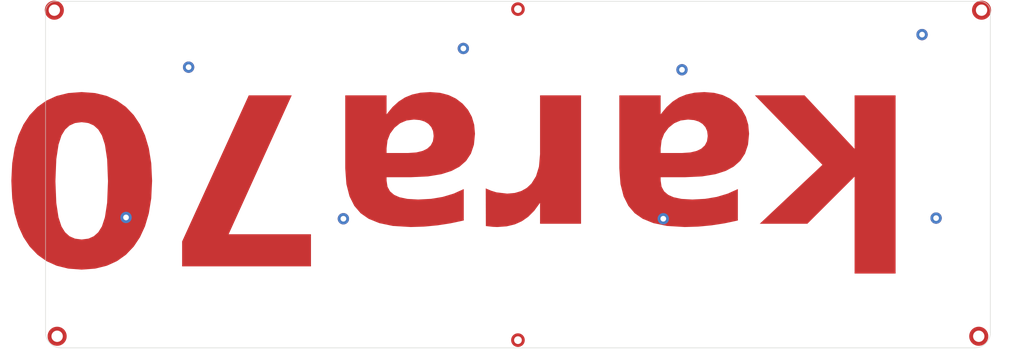
<source format=kicad_pcb>
(kicad_pcb (version 20241229) (generator "pcbnew") (generator_version "9.0")
  (layers (0 "F.Cu" signal) (2 "B.Cu" signal) (13 "F.Paste" user) (15 "B.Paste" user) (5 "F.SilkS" user "F.Silkscreen") (7 "B.SilkS" user "B.Silkscreen") (1 "F.Mask" user) (3 "B.Mask" user) (25 "Edge.Cuts" user))
  (net 0 "")
  (footprint "footprints:WA-SMSI_9774005360" (layer "F.Cu") (at 385.219581 39.814)
    (property "Reference" "REF**" (hide yes))
    (property "Value" "WA-SMSI_9774005360")
    (pad "" np_thru_hole circle (at 0 0) (size 4.4 4.4) (drill 4.4) (layers "*.Cu" "*.Mask"))
    (pad "1" smd circle (at 0 0) (size 7.4 7.4) (layers "F.Cu" "F.Mask"))
  )
  (footprint "footprints:WA-SMSI_9774005243" (layer "F.Cu") (at 205.51679 39.4)
    (property "Reference" "REF**" (hide yes))
    (property "Value" "WA-SMSI_9774005243")
    (pad "" np_thru_hole circle (at 0 0) (size 3 3) (drill 3) (layers "*.Cu" "*.Mask"))
    (pad "1" smd circle (at 0 0) (size 5.3 5.3) (layers "F.Cu" "F.Mask"))
  )
  (footprint "footprints:WA-SMSI_9774005360" (layer "F.Cu") (at 25.814 39.814)
    (property "Reference" "REF**" (hide yes))
    (property "Value" "WA-SMSI_9774005360")
    (pad "" np_thru_hole circle (at 0 0) (size 4.4 4.4) (drill 4.4) (layers "*.Cu" "*.Mask"))
    (pad "1" smd circle (at 0 0) (size 7.4 7.4) (layers "F.Cu" "F.Mask"))
  )
  (footprint "footprints:WA-SMSI_9774005243" (layer "F.Cu") (at 205.51679 167.707546)
    (property "Reference" "REF**" (hide yes))
    (property "Value" "WA-SMSI_9774005243")
    (pad "" np_thru_hole circle (at 0 0) (size 3 3) (drill 3) (layers "*.Cu" "*.Mask"))
    (pad "1" smd circle (at 0 0) (size 5.3 5.3) (layers "F.Cu" "F.Mask"))
  )
  (footprint "footprints:WA-SMSI_9774005360" (layer "F.Cu") (at 384.133581 166.207546)
    (property "Reference" "REF**" (hide yes))
    (property "Value" "WA-SMSI_9774005360")
    (pad "" np_thru_hole circle (at 0 0) (size 4.4 4.4) (drill 4.4) (layers "*.Cu" "*.Mask"))
    (pad "1" smd circle (at 0 0) (size 7.4 7.4) (layers "F.Cu" "F.Mask"))
  )
  (footprint "footprints:WA-SMSI_9774005360" (layer "F.Cu") (at 26.9 166.207546)
    (property "Reference" "REF**" (hide yes))
    (property "Value" "WA-SMSI_9774005360")
    (pad "" np_thru_hole circle (at 0 0) (size 4.4 4.4) (drill 4.4) (layers "*.Cu" "*.Mask"))
    (pad "1" smd circle (at 0 0) (size 7.4 7.4) (layers "F.Cu" "F.Mask"))
  )
  (footprint "" (layer "B.Cu") (at 85.353231 61.902)
    (property "Reference" "" (at -2 0 0) (layer "B.SilkS") (effects (font (size 1.27 1.27)) (justify mirror)))
    (property "Value" "")
    (pad "1" thru_hole circle (at -7.5 0) (size 4.4 4.4) (drill 2.2) (layers "*.Cu" "*.Mask"))
  )
  (footprint "" (layer "B.Cu") (at 276.603231 62.902)
    (property "Reference" "" (at -2 0 0) (layer "B.SilkS") (effects (font (size 1.27 1.27)) (justify mirror)))
    (property "Value" "")
    (pad "1" thru_hole circle (at -7.5 0) (size 4.4 4.4) (drill 2.2) (layers "*.Cu" "*.Mask"))
  )
  (footprint "" (layer "B.Cu") (at 269.353231 119.652)
    (property "Reference" "" (at -2 0 0) (layer "B.SilkS") (effects (font (size 1.27 1.27)) (justify mirror)))
    (property "Value" "")
    (pad "1" thru_hole circle (at -7.5 1) (size 4.4 4.4) (drill 2.2) (layers "*.Cu" "*.Mask"))
  )
  (footprint "" (layer "B.Cu") (at 191.853231 54.652)
    (property "Reference" "" (at -2 0 0) (layer "B.SilkS") (effects (font (size 1.27 1.27)) (justify mirror)))
    (property "Value" "")
    (pad "1" thru_hole circle (at -7.5 0) (size 4.4 4.4) (drill 2.2) (layers "*.Cu" "*.Mask"))
  )
  (footprint "" (layer "B.Cu") (at 375.103231 119.402)
    (property "Reference" "" (at -2 0 0) (layer "B.SilkS") (effects (font (size 1.27 1.27)) (justify mirror)))
    (property "Value" "")
    (pad "1" thru_hole circle (at -7.5 1) (size 4.4 4.4) (drill 2.2) (layers "*.Cu" "*.Mask"))
  )
  (footprint "" (layer "B.Cu") (at 61.103231 119.152)
    (property "Reference" "" (at -2 0 0) (layer "B.SilkS") (effects (font (size 1.27 1.27)) (justify mirror)))
    (property "Value" "")
    (pad "1" thru_hole circle (at -7.5 1) (size 4.4 4.4) (drill 2.2) (layers "*.Cu" "*.Mask"))
  )
  (footprint "" (layer "B.Cu") (at 145.353231 119.652)
    (property "Reference" "" (at -2 0 0) (layer "B.SilkS") (effects (font (size 1.27 1.27)) (justify mirror)))
    (property "Value" "")
    (pad "1" thru_hole circle (at -7.5 1) (size 4.4 4.4) (drill 2.2) (layers "*.Cu" "*.Mask"))
  )
  (footprint "" (layer "B.Cu") (at 369.659481 49.277)
    (property "Reference" "" (at -2 0 0) (layer "B.SilkS") (effects (font (size 1.27 1.27)) (justify mirror)))
    (property "Value" "")
    (pad "1" thru_hole circle (at -7.5 0) (size 4.4 4.4) (drill 2.2) (layers "*.Cu" "*.Mask"))
  )
  (gr_arc (start 22.4 40.4) (mid 23.571573 37.571573) (end 26.399999 36.4) (stroke (width 0.2)) (layer "Edge.Cuts"))
  (gr_line (start 388.633581 164.707534) (end 388.633581 40.4) (stroke (width 0.2)) (layer "Edge.Cuts"))
  (gr_line (start 384.633582 36.4) (end 26.399999 36.4) (stroke (width 0.2)) (layer "Edge.Cuts"))
  (gr_arc (start 388.633581 164.707534) (mid 386.876222 168.950174) (end 382.633581 170.707546) (stroke (width 0.2)) (layer "Edge.Cuts"))
  (gr_line (start 28.399999 170.707546) (end 382.633581 170.707546) (stroke (width 0.2)) (layer "Edge.Cuts"))
  (gr_arc (start 28.399999 170.707546) (mid 24.157359 168.950187) (end 22.4 164.707547) (stroke (width 0.2)) (layer "Edge.Cuts"))
  (gr_arc (start 384.633582 36.4) (mid 387.462021 37.57157) (end 388.633581 40.4) (stroke (width 0.2)) (layer "Edge.Cuts"))
  (gr_line (start 22.4 40.4) (end 22.4 164.707547) (stroke (width 0.2)) (layer "Edge.Cuts"))
  (gr_text "kara70" (at 359.5399 61.763 180) (layer "F.Cu") (effects (font (size 65 65) (thickness 0.3) (bold yes)) (justify left bottom)))
)
</source>
